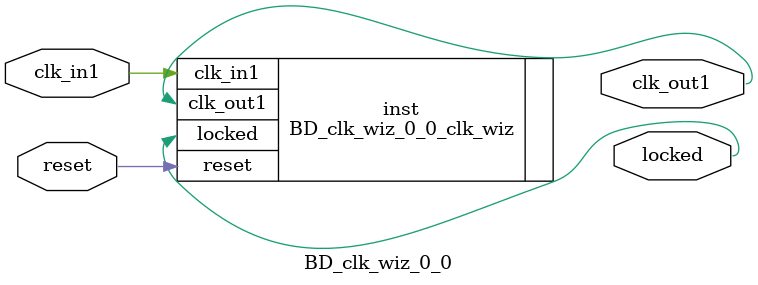
<source format=v>


`timescale 1ps/1ps

(* CORE_GENERATION_INFO = "BD_clk_wiz_0_0,clk_wiz_v6_0_6_0_0,{component_name=BD_clk_wiz_0_0,use_phase_alignment=true,use_min_o_jitter=false,use_max_i_jitter=false,use_dyn_phase_shift=false,use_inclk_switchover=false,use_dyn_reconfig=false,enable_axi=0,feedback_source=FDBK_AUTO,PRIMITIVE=MMCM,num_out_clk=1,clkin1_period=10.000,clkin2_period=10.000,use_power_down=false,use_reset=true,use_locked=true,use_inclk_stopped=false,feedback_type=SINGLE,CLOCK_MGR_TYPE=NA,manual_override=false}" *)

module BD_clk_wiz_0_0 
 (
  // Clock out ports
  output        clk_out1,
  // Status and control signals
  input         reset,
  output        locked,
 // Clock in ports
  input         clk_in1
 );

  BD_clk_wiz_0_0_clk_wiz inst
  (
  // Clock out ports  
  .clk_out1(clk_out1),
  // Status and control signals               
  .reset(reset), 
  .locked(locked),
 // Clock in ports
  .clk_in1(clk_in1)
  );

endmodule

</source>
